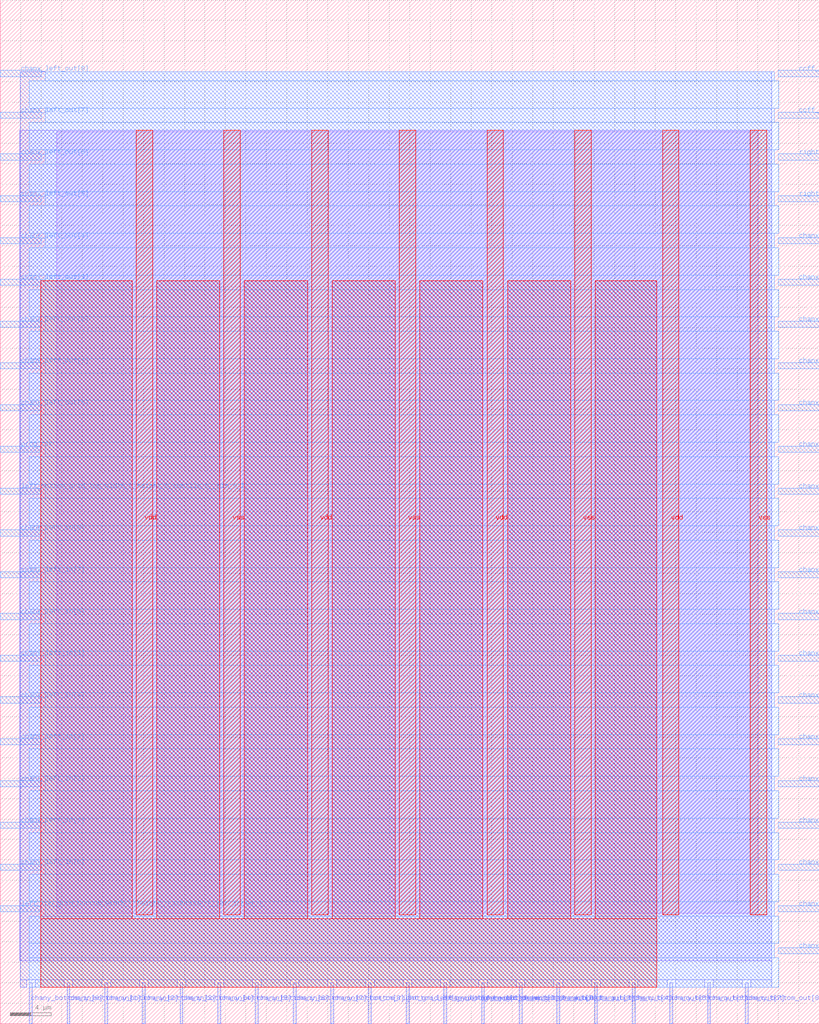
<source format=lef>
VERSION 5.7 ;
  NOWIREEXTENSIONATPIN ON ;
  DIVIDERCHAR "/" ;
  BUSBITCHARS "[]" ;
MACRO sb_1__10_
  CLASS BLOCK ;
  FOREIGN sb_1__10_ ;
  ORIGIN 0.000 0.000 ;
  SIZE 80.000 BY 100.000 ;
  PIN bottom_left_grid_right_width_0_height_0_subtile_0__pin_O_3_
    DIRECTION INPUT ;
    USE SIGNAL ;
    ANTENNAGATEAREA 0.196500 ;
    ANTENNADIFFAREA 0.434700 ;
    PORT
      LAYER met2 ;
        RECT 39.650 0.000 39.930 4.000 ;
    END
  END bottom_left_grid_right_width_0_height_0_subtile_0__pin_O_3_
  PIN bottom_right_grid_left_width_0_height_0_subtile_0__pin_O_1_
    DIRECTION INPUT ;
    USE SIGNAL ;
    ANTENNAGATEAREA 0.196500 ;
    PORT
      LAYER met2 ;
        RECT 35.970 0.000 36.250 4.000 ;
    END
  END bottom_right_grid_left_width_0_height_0_subtile_0__pin_O_1_
  PIN ccff_head
    DIRECTION INPUT ;
    USE SIGNAL ;
    ANTENNAGATEAREA 0.196500 ;
    PORT
      LAYER met3 ;
        RECT 76.000 88.440 80.000 89.040 ;
    END
  END ccff_head
  PIN ccff_tail
    DIRECTION OUTPUT TRISTATE ;
    USE SIGNAL ;
    ANTENNADIFFAREA 0.795200 ;
    PORT
      LAYER met3 ;
        RECT 76.000 92.520 80.000 93.120 ;
    END
  END ccff_tail
  PIN chanx_left_in[0]
    DIRECTION INPUT ;
    USE SIGNAL ;
    ANTENNAGATEAREA 0.196500 ;
    PORT
      LAYER met3 ;
        RECT 0.000 15.000 4.000 15.600 ;
    END
  END chanx_left_in[0]
  PIN chanx_left_in[1]
    DIRECTION INPUT ;
    USE SIGNAL ;
    ANTENNAGATEAREA 0.196500 ;
    PORT
      LAYER met3 ;
        RECT 0.000 19.080 4.000 19.680 ;
    END
  END chanx_left_in[1]
  PIN chanx_left_in[2]
    DIRECTION INPUT ;
    USE SIGNAL ;
    ANTENNAGATEAREA 0.196500 ;
    PORT
      LAYER met3 ;
        RECT 0.000 23.160 4.000 23.760 ;
    END
  END chanx_left_in[2]
  PIN chanx_left_in[3]
    DIRECTION INPUT ;
    USE SIGNAL ;
    ANTENNAGATEAREA 0.196500 ;
    PORT
      LAYER met3 ;
        RECT 0.000 27.240 4.000 27.840 ;
    END
  END chanx_left_in[3]
  PIN chanx_left_in[4]
    DIRECTION INPUT ;
    USE SIGNAL ;
    ANTENNAGATEAREA 0.126000 ;
    PORT
      LAYER met3 ;
        RECT 0.000 31.320 4.000 31.920 ;
    END
  END chanx_left_in[4]
  PIN chanx_left_in[5]
    DIRECTION INPUT ;
    USE SIGNAL ;
    ANTENNAGATEAREA 0.196500 ;
    PORT
      LAYER met3 ;
        RECT 0.000 35.400 4.000 36.000 ;
    END
  END chanx_left_in[5]
  PIN chanx_left_in[6]
    DIRECTION INPUT ;
    USE SIGNAL ;
    ANTENNAGATEAREA 0.196500 ;
    PORT
      LAYER met3 ;
        RECT 0.000 39.480 4.000 40.080 ;
    END
  END chanx_left_in[6]
  PIN chanx_left_in[7]
    DIRECTION INPUT ;
    USE SIGNAL ;
    ANTENNAGATEAREA 0.196500 ;
    PORT
      LAYER met3 ;
        RECT 0.000 43.560 4.000 44.160 ;
    END
  END chanx_left_in[7]
  PIN chanx_left_in[8]
    DIRECTION INPUT ;
    USE SIGNAL ;
    ANTENNAGATEAREA 0.196500 ;
    PORT
      LAYER met3 ;
        RECT 0.000 47.640 4.000 48.240 ;
    END
  END chanx_left_in[8]
  PIN chanx_left_out[0]
    DIRECTION OUTPUT TRISTATE ;
    USE SIGNAL ;
    ANTENNADIFFAREA 0.795200 ;
    PORT
      LAYER met3 ;
        RECT 0.000 59.880 4.000 60.480 ;
    END
  END chanx_left_out[0]
  PIN chanx_left_out[1]
    DIRECTION OUTPUT TRISTATE ;
    USE SIGNAL ;
    ANTENNADIFFAREA 0.795200 ;
    PORT
      LAYER met3 ;
        RECT 0.000 63.960 4.000 64.560 ;
    END
  END chanx_left_out[1]
  PIN chanx_left_out[2]
    DIRECTION OUTPUT TRISTATE ;
    USE SIGNAL ;
    ANTENNADIFFAREA 0.795200 ;
    PORT
      LAYER met3 ;
        RECT 0.000 68.040 4.000 68.640 ;
    END
  END chanx_left_out[2]
  PIN chanx_left_out[3]
    DIRECTION OUTPUT TRISTATE ;
    USE SIGNAL ;
    ANTENNADIFFAREA 0.795200 ;
    PORT
      LAYER met3 ;
        RECT 0.000 72.120 4.000 72.720 ;
    END
  END chanx_left_out[3]
  PIN chanx_left_out[4]
    DIRECTION OUTPUT TRISTATE ;
    USE SIGNAL ;
    ANTENNADIFFAREA 0.795200 ;
    PORT
      LAYER met3 ;
        RECT 0.000 76.200 4.000 76.800 ;
    END
  END chanx_left_out[4]
  PIN chanx_left_out[5]
    DIRECTION OUTPUT TRISTATE ;
    USE SIGNAL ;
    ANTENNADIFFAREA 0.795200 ;
    PORT
      LAYER met3 ;
        RECT 0.000 80.280 4.000 80.880 ;
    END
  END chanx_left_out[5]
  PIN chanx_left_out[6]
    DIRECTION OUTPUT TRISTATE ;
    USE SIGNAL ;
    ANTENNADIFFAREA 0.795200 ;
    PORT
      LAYER met3 ;
        RECT 0.000 84.360 4.000 84.960 ;
    END
  END chanx_left_out[6]
  PIN chanx_left_out[7]
    DIRECTION OUTPUT TRISTATE ;
    USE SIGNAL ;
    ANTENNADIFFAREA 0.795200 ;
    PORT
      LAYER met3 ;
        RECT 0.000 88.440 4.000 89.040 ;
    END
  END chanx_left_out[7]
  PIN chanx_left_out[8]
    DIRECTION OUTPUT TRISTATE ;
    USE SIGNAL ;
    ANTENNADIFFAREA 0.795200 ;
    PORT
      LAYER met3 ;
        RECT 0.000 92.520 4.000 93.120 ;
    END
  END chanx_left_out[8]
  PIN chanx_right_in[0]
    DIRECTION INPUT ;
    USE SIGNAL ;
    ANTENNAGATEAREA 0.196500 ;
    PORT
      LAYER met3 ;
        RECT 76.000 6.840 80.000 7.440 ;
    END
  END chanx_right_in[0]
  PIN chanx_right_in[1]
    DIRECTION INPUT ;
    USE SIGNAL ;
    ANTENNAGATEAREA 0.196500 ;
    ANTENNADIFFAREA 0.434700 ;
    PORT
      LAYER met3 ;
        RECT 76.000 10.920 80.000 11.520 ;
    END
  END chanx_right_in[1]
  PIN chanx_right_in[2]
    DIRECTION INPUT ;
    USE SIGNAL ;
    ANTENNAGATEAREA 0.126000 ;
    PORT
      LAYER met3 ;
        RECT 76.000 15.000 80.000 15.600 ;
    END
  END chanx_right_in[2]
  PIN chanx_right_in[3]
    DIRECTION INPUT ;
    USE SIGNAL ;
    ANTENNAGATEAREA 0.196500 ;
    ANTENNADIFFAREA 0.869400 ;
    PORT
      LAYER met3 ;
        RECT 76.000 19.080 80.000 19.680 ;
    END
  END chanx_right_in[3]
  PIN chanx_right_in[4]
    DIRECTION INPUT ;
    USE SIGNAL ;
    ANTENNAGATEAREA 0.196500 ;
    PORT
      LAYER met3 ;
        RECT 76.000 23.160 80.000 23.760 ;
    END
  END chanx_right_in[4]
  PIN chanx_right_in[5]
    DIRECTION INPUT ;
    USE SIGNAL ;
    ANTENNAGATEAREA 0.196500 ;
    ANTENNADIFFAREA 0.434700 ;
    PORT
      LAYER met3 ;
        RECT 76.000 27.240 80.000 27.840 ;
    END
  END chanx_right_in[5]
  PIN chanx_right_in[6]
    DIRECTION INPUT ;
    USE SIGNAL ;
    ANTENNAGATEAREA 0.196500 ;
    PORT
      LAYER met3 ;
        RECT 76.000 31.320 80.000 31.920 ;
    END
  END chanx_right_in[6]
  PIN chanx_right_in[7]
    DIRECTION INPUT ;
    USE SIGNAL ;
    ANTENNAGATEAREA 0.196500 ;
    PORT
      LAYER met3 ;
        RECT 76.000 35.400 80.000 36.000 ;
    END
  END chanx_right_in[7]
  PIN chanx_right_in[8]
    DIRECTION INPUT ;
    USE SIGNAL ;
    ANTENNAGATEAREA 0.196500 ;
    PORT
      LAYER met3 ;
        RECT 76.000 39.480 80.000 40.080 ;
    END
  END chanx_right_in[8]
  PIN chanx_right_out[0]
    DIRECTION OUTPUT TRISTATE ;
    USE SIGNAL ;
    ANTENNADIFFAREA 0.445500 ;
    PORT
      LAYER met3 ;
        RECT 76.000 43.560 80.000 44.160 ;
    END
  END chanx_right_out[0]
  PIN chanx_right_out[1]
    DIRECTION OUTPUT TRISTATE ;
    USE SIGNAL ;
    ANTENNADIFFAREA 0.795200 ;
    PORT
      LAYER met3 ;
        RECT 76.000 47.640 80.000 48.240 ;
    END
  END chanx_right_out[1]
  PIN chanx_right_out[2]
    DIRECTION OUTPUT TRISTATE ;
    USE SIGNAL ;
    ANTENNADIFFAREA 0.445500 ;
    PORT
      LAYER met3 ;
        RECT 76.000 51.720 80.000 52.320 ;
    END
  END chanx_right_out[2]
  PIN chanx_right_out[3]
    DIRECTION OUTPUT TRISTATE ;
    USE SIGNAL ;
    ANTENNADIFFAREA 0.445500 ;
    PORT
      LAYER met3 ;
        RECT 76.000 55.800 80.000 56.400 ;
    END
  END chanx_right_out[3]
  PIN chanx_right_out[4]
    DIRECTION OUTPUT TRISTATE ;
    USE SIGNAL ;
    ANTENNADIFFAREA 0.445500 ;
    PORT
      LAYER met3 ;
        RECT 76.000 59.880 80.000 60.480 ;
    END
  END chanx_right_out[4]
  PIN chanx_right_out[5]
    DIRECTION OUTPUT TRISTATE ;
    USE SIGNAL ;
    ANTENNADIFFAREA 0.445500 ;
    PORT
      LAYER met3 ;
        RECT 76.000 63.960 80.000 64.560 ;
    END
  END chanx_right_out[5]
  PIN chanx_right_out[6]
    DIRECTION OUTPUT TRISTATE ;
    USE SIGNAL ;
    ANTENNADIFFAREA 0.795200 ;
    PORT
      LAYER met3 ;
        RECT 76.000 68.040 80.000 68.640 ;
    END
  END chanx_right_out[6]
  PIN chanx_right_out[7]
    DIRECTION OUTPUT TRISTATE ;
    USE SIGNAL ;
    ANTENNADIFFAREA 0.445500 ;
    PORT
      LAYER met3 ;
        RECT 76.000 72.120 80.000 72.720 ;
    END
  END chanx_right_out[7]
  PIN chanx_right_out[8]
    DIRECTION OUTPUT TRISTATE ;
    USE SIGNAL ;
    ANTENNADIFFAREA 0.445500 ;
    PORT
      LAYER met3 ;
        RECT 76.000 76.200 80.000 76.800 ;
    END
  END chanx_right_out[8]
  PIN chany_bottom_in[0]
    DIRECTION INPUT ;
    USE SIGNAL ;
    ANTENNAGATEAREA 0.196500 ;
    PORT
      LAYER met2 ;
        RECT 2.850 0.000 3.130 4.000 ;
    END
  END chany_bottom_in[0]
  PIN chany_bottom_in[1]
    DIRECTION INPUT ;
    USE SIGNAL ;
    ANTENNAGATEAREA 0.196500 ;
    ANTENNADIFFAREA 0.434700 ;
    PORT
      LAYER met2 ;
        RECT 6.530 0.000 6.810 4.000 ;
    END
  END chany_bottom_in[1]
  PIN chany_bottom_in[2]
    DIRECTION INPUT ;
    USE SIGNAL ;
    ANTENNAGATEAREA 0.196500 ;
    PORT
      LAYER met2 ;
        RECT 10.210 0.000 10.490 4.000 ;
    END
  END chany_bottom_in[2]
  PIN chany_bottom_in[3]
    DIRECTION INPUT ;
    USE SIGNAL ;
    ANTENNAGATEAREA 0.196500 ;
    PORT
      LAYER met2 ;
        RECT 13.890 0.000 14.170 4.000 ;
    END
  END chany_bottom_in[3]
  PIN chany_bottom_in[4]
    DIRECTION INPUT ;
    USE SIGNAL ;
    ANTENNAGATEAREA 0.196500 ;
    PORT
      LAYER met2 ;
        RECT 17.570 0.000 17.850 4.000 ;
    END
  END chany_bottom_in[4]
  PIN chany_bottom_in[5]
    DIRECTION INPUT ;
    USE SIGNAL ;
    ANTENNAGATEAREA 0.196500 ;
    ANTENNADIFFAREA 0.434700 ;
    PORT
      LAYER met2 ;
        RECT 21.250 0.000 21.530 4.000 ;
    END
  END chany_bottom_in[5]
  PIN chany_bottom_in[6]
    DIRECTION INPUT ;
    USE SIGNAL ;
    ANTENNAGATEAREA 0.196500 ;
    PORT
      LAYER met2 ;
        RECT 24.930 0.000 25.210 4.000 ;
    END
  END chany_bottom_in[6]
  PIN chany_bottom_in[7]
    DIRECTION INPUT ;
    USE SIGNAL ;
    ANTENNAGATEAREA 0.196500 ;
    PORT
      LAYER met2 ;
        RECT 28.610 0.000 28.890 4.000 ;
    END
  END chany_bottom_in[7]
  PIN chany_bottom_in[8]
    DIRECTION INPUT ;
    USE SIGNAL ;
    ANTENNAGATEAREA 0.126000 ;
    ANTENNADIFFAREA 0.434700 ;
    PORT
      LAYER met2 ;
        RECT 32.290 0.000 32.570 4.000 ;
    END
  END chany_bottom_in[8]
  PIN chany_bottom_out[0]
    DIRECTION OUTPUT TRISTATE ;
    USE SIGNAL ;
    ANTENNADIFFAREA 0.795200 ;
    PORT
      LAYER met2 ;
        RECT 43.330 0.000 43.610 4.000 ;
    END
  END chany_bottom_out[0]
  PIN chany_bottom_out[1]
    DIRECTION OUTPUT TRISTATE ;
    USE SIGNAL ;
    ANTENNADIFFAREA 0.795200 ;
    PORT
      LAYER met2 ;
        RECT 47.010 0.000 47.290 4.000 ;
    END
  END chany_bottom_out[1]
  PIN chany_bottom_out[2]
    DIRECTION OUTPUT TRISTATE ;
    USE SIGNAL ;
    ANTENNADIFFAREA 0.795200 ;
    PORT
      LAYER met2 ;
        RECT 50.690 0.000 50.970 4.000 ;
    END
  END chany_bottom_out[2]
  PIN chany_bottom_out[3]
    DIRECTION OUTPUT TRISTATE ;
    USE SIGNAL ;
    ANTENNADIFFAREA 0.795200 ;
    PORT
      LAYER met2 ;
        RECT 54.370 0.000 54.650 4.000 ;
    END
  END chany_bottom_out[3]
  PIN chany_bottom_out[4]
    DIRECTION OUTPUT TRISTATE ;
    USE SIGNAL ;
    ANTENNADIFFAREA 0.795200 ;
    PORT
      LAYER met2 ;
        RECT 58.050 0.000 58.330 4.000 ;
    END
  END chany_bottom_out[4]
  PIN chany_bottom_out[5]
    DIRECTION OUTPUT TRISTATE ;
    USE SIGNAL ;
    ANTENNADIFFAREA 0.795200 ;
    PORT
      LAYER met2 ;
        RECT 61.730 0.000 62.010 4.000 ;
    END
  END chany_bottom_out[5]
  PIN chany_bottom_out[6]
    DIRECTION OUTPUT TRISTATE ;
    USE SIGNAL ;
    ANTENNADIFFAREA 0.795200 ;
    PORT
      LAYER met2 ;
        RECT 65.410 0.000 65.690 4.000 ;
    END
  END chany_bottom_out[6]
  PIN chany_bottom_out[7]
    DIRECTION OUTPUT TRISTATE ;
    USE SIGNAL ;
    ANTENNADIFFAREA 0.795200 ;
    PORT
      LAYER met2 ;
        RECT 69.090 0.000 69.370 4.000 ;
    END
  END chany_bottom_out[7]
  PIN chany_bottom_out[8]
    DIRECTION OUTPUT TRISTATE ;
    USE SIGNAL ;
    ANTENNADIFFAREA 0.795200 ;
    PORT
      LAYER met2 ;
        RECT 72.770 0.000 73.050 4.000 ;
    END
  END chany_bottom_out[8]
  PIN left_bottom_grid_top_width_0_height_0_subtile_0__pin_O_2_
    DIRECTION INPUT ;
    USE SIGNAL ;
    ANTENNAGATEAREA 0.196500 ;
    PORT
      LAYER met3 ;
        RECT 0.000 51.720 4.000 52.320 ;
    END
  END left_bottom_grid_top_width_0_height_0_subtile_0__pin_O_2_
  PIN left_top_grid_bottom_width_0_height_0_subtile_0__pin_inpad_0_
    DIRECTION INPUT ;
    USE SIGNAL ;
    ANTENNAGATEAREA 0.196500 ;
    ANTENNADIFFAREA 0.434700 ;
    PORT
      LAYER met3 ;
        RECT 0.000 10.920 4.000 11.520 ;
    END
  END left_top_grid_bottom_width_0_height_0_subtile_0__pin_inpad_0_
  PIN prog_clk
    DIRECTION INPUT ;
    USE SIGNAL ;
    ANTENNAGATEAREA 0.852000 ;
    PORT
      LAYER met3 ;
        RECT 0.000 55.800 4.000 56.400 ;
    END
  END prog_clk
  PIN right_bottom_grid_top_width_0_height_0_subtile_0__pin_O_2_
    DIRECTION INPUT ;
    USE SIGNAL ;
    ANTENNAGATEAREA 0.196500 ;
    PORT
      LAYER met3 ;
        RECT 76.000 80.280 80.000 80.880 ;
    END
  END right_bottom_grid_top_width_0_height_0_subtile_0__pin_O_2_
  PIN right_top_grid_bottom_width_0_height_0_subtile_0__pin_inpad_0_
    DIRECTION INPUT ;
    USE SIGNAL ;
    ANTENNAGATEAREA 0.196500 ;
    PORT
      LAYER met3 ;
        RECT 76.000 84.360 80.000 84.960 ;
    END
  END right_top_grid_bottom_width_0_height_0_subtile_0__pin_inpad_0_
  PIN vdd
    DIRECTION INOUT ;
    USE POWER ;
    PORT
      LAYER met4 ;
        RECT 13.285 10.640 14.885 87.280 ;
    END
    PORT
      LAYER met4 ;
        RECT 30.420 10.640 32.020 87.280 ;
    END
    PORT
      LAYER met4 ;
        RECT 47.555 10.640 49.155 87.280 ;
    END
    PORT
      LAYER met4 ;
        RECT 64.690 10.640 66.290 87.280 ;
    END
  END vdd
  PIN vss
    DIRECTION INOUT ;
    USE GROUND ;
    PORT
      LAYER met4 ;
        RECT 21.850 10.640 23.450 87.280 ;
    END
    PORT
      LAYER met4 ;
        RECT 38.985 10.640 40.585 87.280 ;
    END
    PORT
      LAYER met4 ;
        RECT 56.120 10.640 57.720 87.280 ;
    END
    PORT
      LAYER met4 ;
        RECT 73.255 10.640 74.855 87.280 ;
    END
  END vss
  OBS
      LAYER li1 ;
        RECT 5.520 10.795 74.060 87.125 ;
      LAYER met1 ;
        RECT 1.910 6.160 75.370 87.280 ;
      LAYER met2 ;
        RECT 1.940 4.280 75.350 93.005 ;
        RECT 1.940 3.555 2.570 4.280 ;
        RECT 3.410 3.555 6.250 4.280 ;
        RECT 7.090 3.555 9.930 4.280 ;
        RECT 10.770 3.555 13.610 4.280 ;
        RECT 14.450 3.555 17.290 4.280 ;
        RECT 18.130 3.555 20.970 4.280 ;
        RECT 21.810 3.555 24.650 4.280 ;
        RECT 25.490 3.555 28.330 4.280 ;
        RECT 29.170 3.555 32.010 4.280 ;
        RECT 32.850 3.555 35.690 4.280 ;
        RECT 36.530 3.555 39.370 4.280 ;
        RECT 40.210 3.555 43.050 4.280 ;
        RECT 43.890 3.555 46.730 4.280 ;
        RECT 47.570 3.555 50.410 4.280 ;
        RECT 51.250 3.555 54.090 4.280 ;
        RECT 54.930 3.555 57.770 4.280 ;
        RECT 58.610 3.555 61.450 4.280 ;
        RECT 62.290 3.555 65.130 4.280 ;
        RECT 65.970 3.555 68.810 4.280 ;
        RECT 69.650 3.555 72.490 4.280 ;
        RECT 73.330 3.555 75.350 4.280 ;
      LAYER met3 ;
        RECT 4.400 92.120 75.600 92.985 ;
        RECT 2.825 89.440 76.050 92.120 ;
        RECT 4.400 88.040 75.600 89.440 ;
        RECT 2.825 85.360 76.050 88.040 ;
        RECT 4.400 83.960 75.600 85.360 ;
        RECT 2.825 81.280 76.050 83.960 ;
        RECT 4.400 79.880 75.600 81.280 ;
        RECT 2.825 77.200 76.050 79.880 ;
        RECT 4.400 75.800 75.600 77.200 ;
        RECT 2.825 73.120 76.050 75.800 ;
        RECT 4.400 71.720 75.600 73.120 ;
        RECT 2.825 69.040 76.050 71.720 ;
        RECT 4.400 67.640 75.600 69.040 ;
        RECT 2.825 64.960 76.050 67.640 ;
        RECT 4.400 63.560 75.600 64.960 ;
        RECT 2.825 60.880 76.050 63.560 ;
        RECT 4.400 59.480 75.600 60.880 ;
        RECT 2.825 56.800 76.050 59.480 ;
        RECT 4.400 55.400 75.600 56.800 ;
        RECT 2.825 52.720 76.050 55.400 ;
        RECT 4.400 51.320 75.600 52.720 ;
        RECT 2.825 48.640 76.050 51.320 ;
        RECT 4.400 47.240 75.600 48.640 ;
        RECT 2.825 44.560 76.050 47.240 ;
        RECT 4.400 43.160 75.600 44.560 ;
        RECT 2.825 40.480 76.050 43.160 ;
        RECT 4.400 39.080 75.600 40.480 ;
        RECT 2.825 36.400 76.050 39.080 ;
        RECT 4.400 35.000 75.600 36.400 ;
        RECT 2.825 32.320 76.050 35.000 ;
        RECT 4.400 30.920 75.600 32.320 ;
        RECT 2.825 28.240 76.050 30.920 ;
        RECT 4.400 26.840 75.600 28.240 ;
        RECT 2.825 24.160 76.050 26.840 ;
        RECT 4.400 22.760 75.600 24.160 ;
        RECT 2.825 20.080 76.050 22.760 ;
        RECT 4.400 18.680 75.600 20.080 ;
        RECT 2.825 16.000 76.050 18.680 ;
        RECT 4.400 14.600 75.600 16.000 ;
        RECT 2.825 11.920 76.050 14.600 ;
        RECT 4.400 10.520 75.600 11.920 ;
        RECT 2.825 7.840 76.050 10.520 ;
        RECT 2.825 6.440 75.600 7.840 ;
        RECT 2.825 3.575 76.050 6.440 ;
      LAYER met4 ;
        RECT 3.975 10.240 12.885 72.585 ;
        RECT 15.285 10.240 21.450 72.585 ;
        RECT 23.850 10.240 30.020 72.585 ;
        RECT 32.420 10.240 38.585 72.585 ;
        RECT 40.985 10.240 47.155 72.585 ;
        RECT 49.555 10.240 55.720 72.585 ;
        RECT 58.120 10.240 64.105 72.585 ;
        RECT 3.975 3.575 64.105 10.240 ;
  END
END sb_1__10_
END LIBRARY


</source>
